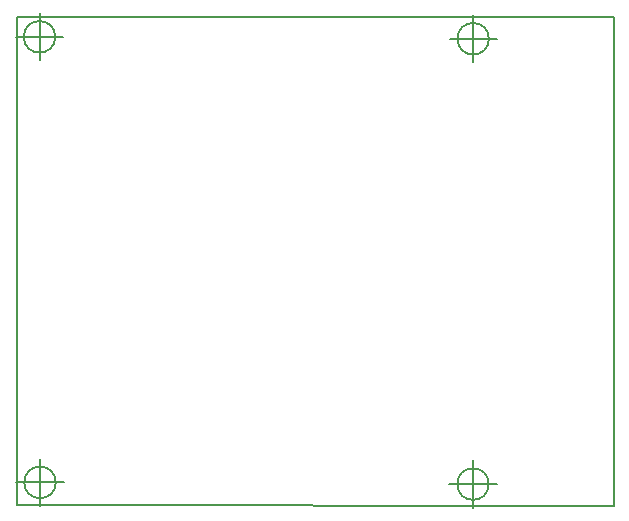
<source format=gbr>
G04 #@! TF.GenerationSoftware,KiCad,Pcbnew,(2017-11-24 revision a01d81e4b)-makepkg*
G04 #@! TF.CreationDate,2018-01-08T10:26:50+07:00*
G04 #@! TF.ProjectId,Motor DC power,4D6F746F7220444320706F7765722E6B,rev?*
G04 #@! TF.SameCoordinates,Original*
G04 #@! TF.FileFunction,Profile,NP*
%FSLAX46Y46*%
G04 Gerber Fmt 4.6, Leading zero omitted, Abs format (unit mm)*
G04 Created by KiCad (PCBNEW (2017-11-24 revision a01d81e4b)-makepkg) date 01/08/18 10:26:50*
%MOMM*%
%LPD*%
G01*
G04 APERTURE LIST*
%ADD10C,0.150000*%
G04 APERTURE END LIST*
D10*
X138740774Y-87261361D02*
G75*
G03X138740774Y-87261361I-1333333J0D01*
G01*
X135407441Y-87261361D02*
X139407441Y-87261361D01*
X137407441Y-85261361D02*
X137407441Y-89261361D01*
X102024436Y-87100000D02*
G75*
G03X102024436Y-87100000I-1333333J0D01*
G01*
X98691103Y-87100000D02*
X102691103Y-87100000D01*
X100691103Y-85100000D02*
X100691103Y-89100000D01*
X102068551Y-124822518D02*
G75*
G03X102068551Y-124822518I-1333333J0D01*
G01*
X98735218Y-124822518D02*
X102735218Y-124822518D01*
X100735218Y-122822518D02*
X100735218Y-126822518D01*
X138727714Y-124967120D02*
G75*
G03X138727714Y-124967120I-1333333J0D01*
G01*
X135394381Y-124967120D02*
X139394381Y-124967120D01*
X137394381Y-122967120D02*
X137394381Y-126967120D01*
X98800000Y-126750000D02*
X98825000Y-85425000D01*
X149300000Y-126800000D02*
X98800000Y-126750000D01*
X149300000Y-85400000D02*
X149300000Y-126800000D01*
X98825000Y-85425000D02*
X149300000Y-85400000D01*
M02*

</source>
